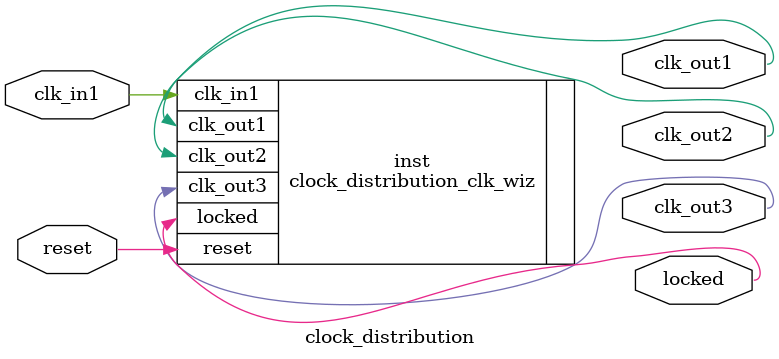
<source format=v>


`timescale 1ps/1ps

(* CORE_GENERATION_INFO = "clock_distribution,clk_wiz_v6_0_15_0_0,{component_name=clock_distribution,use_phase_alignment=true,use_min_o_jitter=false,use_max_i_jitter=false,use_dyn_phase_shift=false,use_inclk_switchover=false,use_dyn_reconfig=false,enable_axi=0,feedback_source=FDBK_AUTO,PRIMITIVE=MMCM,num_out_clk=3,clkin1_period=20.000,clkin2_period=10.0,use_power_down=false,use_reset=true,use_locked=true,use_inclk_stopped=false,feedback_type=SINGLE,CLOCK_MGR_TYPE=NA,manual_override=false}" *)

module clock_distribution 
 (
  // Clock out ports
  output        clk_out1,
  output        clk_out2,
  output        clk_out3,
  // Status and control signals
  input         reset,
  output        locked,
 // Clock in ports
  input         clk_in1
 );

  clock_distribution_clk_wiz inst
  (
  // Clock out ports  
  .clk_out1(clk_out1),
  .clk_out2(clk_out2),
  .clk_out3(clk_out3),
  // Status and control signals               
  .reset(reset), 
  .locked(locked),
 // Clock in ports
  .clk_in1(clk_in1)
  );

endmodule

</source>
